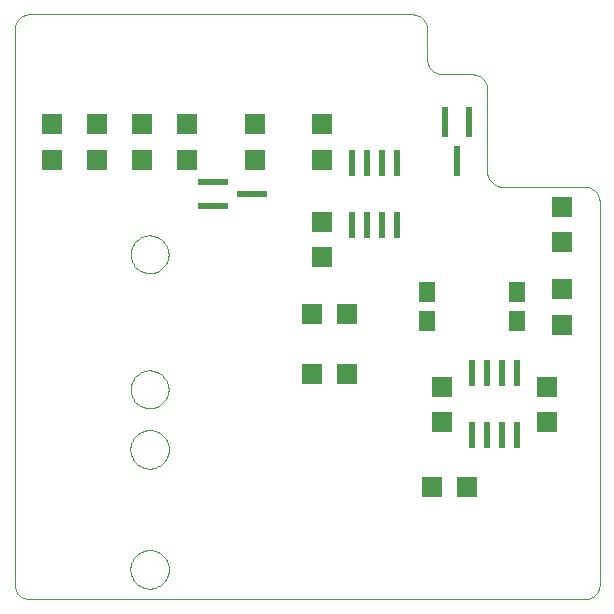
<source format=gbp>
G75*
G70*
%OFA0B0*%
%FSLAX24Y24*%
%IPPOS*%
%LPD*%
%AMOC8*
5,1,8,0,0,1.08239X$1,22.5*
%
%ADD10C,0.0000*%
%ADD11R,0.0240X0.0870*%
%ADD12R,0.0709X0.0710*%
%ADD13R,0.0710X0.0709*%
%ADD14R,0.0220X0.1020*%
%ADD15R,0.0551X0.0709*%
%ADD16R,0.1020X0.0220*%
D10*
X002680Y002680D02*
X021180Y002680D01*
X021224Y002682D01*
X021267Y002688D01*
X021309Y002697D01*
X021351Y002710D01*
X021391Y002727D01*
X021430Y002747D01*
X021467Y002770D01*
X021501Y002797D01*
X021534Y002826D01*
X021563Y002859D01*
X021590Y002893D01*
X021613Y002930D01*
X021633Y002969D01*
X021650Y003009D01*
X021663Y003051D01*
X021672Y003093D01*
X021678Y003136D01*
X021680Y003180D01*
X021680Y015930D01*
X021678Y015974D01*
X021672Y016017D01*
X021663Y016059D01*
X021650Y016101D01*
X021633Y016141D01*
X021613Y016180D01*
X021590Y016217D01*
X021563Y016251D01*
X021534Y016284D01*
X021501Y016313D01*
X021467Y016340D01*
X021430Y016363D01*
X021391Y016383D01*
X021351Y016400D01*
X021309Y016413D01*
X021267Y016422D01*
X021224Y016428D01*
X021180Y016430D01*
X018430Y016430D01*
X018386Y016432D01*
X018343Y016438D01*
X018301Y016447D01*
X018259Y016460D01*
X018219Y016477D01*
X018180Y016497D01*
X018143Y016520D01*
X018109Y016547D01*
X018076Y016576D01*
X018047Y016609D01*
X018020Y016643D01*
X017997Y016680D01*
X017977Y016719D01*
X017960Y016759D01*
X017947Y016801D01*
X017938Y016843D01*
X017932Y016886D01*
X017930Y016930D01*
X017930Y019680D01*
X017928Y019724D01*
X017922Y019767D01*
X017913Y019809D01*
X017900Y019851D01*
X017883Y019891D01*
X017863Y019930D01*
X017840Y019967D01*
X017813Y020001D01*
X017784Y020034D01*
X017751Y020063D01*
X017717Y020090D01*
X017680Y020113D01*
X017641Y020133D01*
X017601Y020150D01*
X017559Y020163D01*
X017517Y020172D01*
X017474Y020178D01*
X017430Y020180D01*
X016430Y020180D01*
X016386Y020182D01*
X016343Y020188D01*
X016301Y020197D01*
X016259Y020210D01*
X016219Y020227D01*
X016180Y020247D01*
X016143Y020270D01*
X016109Y020297D01*
X016076Y020326D01*
X016047Y020359D01*
X016020Y020393D01*
X015997Y020430D01*
X015977Y020469D01*
X015960Y020509D01*
X015947Y020551D01*
X015938Y020593D01*
X015932Y020636D01*
X015930Y020680D01*
X015930Y021680D01*
X015928Y021724D01*
X015922Y021767D01*
X015913Y021809D01*
X015900Y021851D01*
X015883Y021891D01*
X015863Y021930D01*
X015840Y021967D01*
X015813Y022001D01*
X015784Y022034D01*
X015751Y022063D01*
X015717Y022090D01*
X015680Y022113D01*
X015641Y022133D01*
X015601Y022150D01*
X015559Y022163D01*
X015517Y022172D01*
X015474Y022178D01*
X015430Y022180D01*
X002680Y022180D01*
X002636Y022178D01*
X002593Y022172D01*
X002551Y022163D01*
X002509Y022150D01*
X002469Y022133D01*
X002430Y022113D01*
X002393Y022090D01*
X002359Y022063D01*
X002326Y022034D01*
X002297Y022001D01*
X002270Y021967D01*
X002247Y021930D01*
X002227Y021891D01*
X002210Y021851D01*
X002197Y021809D01*
X002188Y021767D01*
X002182Y021724D01*
X002180Y021680D01*
X002180Y003180D01*
X002182Y003136D01*
X002188Y003093D01*
X002197Y003051D01*
X002210Y003009D01*
X002227Y002969D01*
X002247Y002930D01*
X002270Y002893D01*
X002297Y002859D01*
X002326Y002826D01*
X002359Y002797D01*
X002393Y002770D01*
X002430Y002747D01*
X002469Y002727D01*
X002509Y002710D01*
X002551Y002697D01*
X002593Y002688D01*
X002636Y002682D01*
X002680Y002680D01*
X006040Y003680D02*
X006042Y003730D01*
X006048Y003780D01*
X006058Y003829D01*
X006071Y003878D01*
X006089Y003925D01*
X006110Y003971D01*
X006134Y004014D01*
X006162Y004056D01*
X006193Y004096D01*
X006227Y004133D01*
X006264Y004167D01*
X006304Y004198D01*
X006346Y004226D01*
X006389Y004250D01*
X006435Y004271D01*
X006482Y004289D01*
X006531Y004302D01*
X006580Y004312D01*
X006630Y004318D01*
X006680Y004320D01*
X006730Y004318D01*
X006780Y004312D01*
X006829Y004302D01*
X006878Y004289D01*
X006925Y004271D01*
X006971Y004250D01*
X007014Y004226D01*
X007056Y004198D01*
X007096Y004167D01*
X007133Y004133D01*
X007167Y004096D01*
X007198Y004056D01*
X007226Y004014D01*
X007250Y003971D01*
X007271Y003925D01*
X007289Y003878D01*
X007302Y003829D01*
X007312Y003780D01*
X007318Y003730D01*
X007320Y003680D01*
X007318Y003630D01*
X007312Y003580D01*
X007302Y003531D01*
X007289Y003482D01*
X007271Y003435D01*
X007250Y003389D01*
X007226Y003346D01*
X007198Y003304D01*
X007167Y003264D01*
X007133Y003227D01*
X007096Y003193D01*
X007056Y003162D01*
X007014Y003134D01*
X006971Y003110D01*
X006925Y003089D01*
X006878Y003071D01*
X006829Y003058D01*
X006780Y003048D01*
X006730Y003042D01*
X006680Y003040D01*
X006630Y003042D01*
X006580Y003048D01*
X006531Y003058D01*
X006482Y003071D01*
X006435Y003089D01*
X006389Y003110D01*
X006346Y003134D01*
X006304Y003162D01*
X006264Y003193D01*
X006227Y003227D01*
X006193Y003264D01*
X006162Y003304D01*
X006134Y003346D01*
X006110Y003389D01*
X006089Y003435D01*
X006071Y003482D01*
X006058Y003531D01*
X006048Y003580D01*
X006042Y003630D01*
X006040Y003680D01*
X006040Y007680D02*
X006042Y007730D01*
X006048Y007780D01*
X006058Y007829D01*
X006071Y007878D01*
X006089Y007925D01*
X006110Y007971D01*
X006134Y008014D01*
X006162Y008056D01*
X006193Y008096D01*
X006227Y008133D01*
X006264Y008167D01*
X006304Y008198D01*
X006346Y008226D01*
X006389Y008250D01*
X006435Y008271D01*
X006482Y008289D01*
X006531Y008302D01*
X006580Y008312D01*
X006630Y008318D01*
X006680Y008320D01*
X006730Y008318D01*
X006780Y008312D01*
X006829Y008302D01*
X006878Y008289D01*
X006925Y008271D01*
X006971Y008250D01*
X007014Y008226D01*
X007056Y008198D01*
X007096Y008167D01*
X007133Y008133D01*
X007167Y008096D01*
X007198Y008056D01*
X007226Y008014D01*
X007250Y007971D01*
X007271Y007925D01*
X007289Y007878D01*
X007302Y007829D01*
X007312Y007780D01*
X007318Y007730D01*
X007320Y007680D01*
X007318Y007630D01*
X007312Y007580D01*
X007302Y007531D01*
X007289Y007482D01*
X007271Y007435D01*
X007250Y007389D01*
X007226Y007346D01*
X007198Y007304D01*
X007167Y007264D01*
X007133Y007227D01*
X007096Y007193D01*
X007056Y007162D01*
X007014Y007134D01*
X006971Y007110D01*
X006925Y007089D01*
X006878Y007071D01*
X006829Y007058D01*
X006780Y007048D01*
X006730Y007042D01*
X006680Y007040D01*
X006630Y007042D01*
X006580Y007048D01*
X006531Y007058D01*
X006482Y007071D01*
X006435Y007089D01*
X006389Y007110D01*
X006346Y007134D01*
X006304Y007162D01*
X006264Y007193D01*
X006227Y007227D01*
X006193Y007264D01*
X006162Y007304D01*
X006134Y007346D01*
X006110Y007389D01*
X006089Y007435D01*
X006071Y007482D01*
X006058Y007531D01*
X006048Y007580D01*
X006042Y007630D01*
X006040Y007680D01*
X006050Y009680D02*
X006052Y009730D01*
X006058Y009780D01*
X006068Y009829D01*
X006082Y009877D01*
X006099Y009924D01*
X006120Y009969D01*
X006145Y010013D01*
X006173Y010054D01*
X006205Y010093D01*
X006239Y010130D01*
X006276Y010164D01*
X006316Y010194D01*
X006358Y010221D01*
X006402Y010245D01*
X006448Y010266D01*
X006495Y010282D01*
X006543Y010295D01*
X006593Y010304D01*
X006642Y010309D01*
X006693Y010310D01*
X006743Y010307D01*
X006792Y010300D01*
X006841Y010289D01*
X006889Y010274D01*
X006935Y010256D01*
X006980Y010234D01*
X007023Y010208D01*
X007064Y010179D01*
X007103Y010147D01*
X007139Y010112D01*
X007171Y010074D01*
X007201Y010034D01*
X007228Y009991D01*
X007251Y009947D01*
X007270Y009901D01*
X007286Y009853D01*
X007298Y009804D01*
X007306Y009755D01*
X007310Y009705D01*
X007310Y009655D01*
X007306Y009605D01*
X007298Y009556D01*
X007286Y009507D01*
X007270Y009459D01*
X007251Y009413D01*
X007228Y009369D01*
X007201Y009326D01*
X007171Y009286D01*
X007139Y009248D01*
X007103Y009213D01*
X007064Y009181D01*
X007023Y009152D01*
X006980Y009126D01*
X006935Y009104D01*
X006889Y009086D01*
X006841Y009071D01*
X006792Y009060D01*
X006743Y009053D01*
X006693Y009050D01*
X006642Y009051D01*
X006593Y009056D01*
X006543Y009065D01*
X006495Y009078D01*
X006448Y009094D01*
X006402Y009115D01*
X006358Y009139D01*
X006316Y009166D01*
X006276Y009196D01*
X006239Y009230D01*
X006205Y009267D01*
X006173Y009306D01*
X006145Y009347D01*
X006120Y009391D01*
X006099Y009436D01*
X006082Y009483D01*
X006068Y009531D01*
X006058Y009580D01*
X006052Y009630D01*
X006050Y009680D01*
X006050Y014180D02*
X006052Y014230D01*
X006058Y014280D01*
X006068Y014329D01*
X006082Y014377D01*
X006099Y014424D01*
X006120Y014469D01*
X006145Y014513D01*
X006173Y014554D01*
X006205Y014593D01*
X006239Y014630D01*
X006276Y014664D01*
X006316Y014694D01*
X006358Y014721D01*
X006402Y014745D01*
X006448Y014766D01*
X006495Y014782D01*
X006543Y014795D01*
X006593Y014804D01*
X006642Y014809D01*
X006693Y014810D01*
X006743Y014807D01*
X006792Y014800D01*
X006841Y014789D01*
X006889Y014774D01*
X006935Y014756D01*
X006980Y014734D01*
X007023Y014708D01*
X007064Y014679D01*
X007103Y014647D01*
X007139Y014612D01*
X007171Y014574D01*
X007201Y014534D01*
X007228Y014491D01*
X007251Y014447D01*
X007270Y014401D01*
X007286Y014353D01*
X007298Y014304D01*
X007306Y014255D01*
X007310Y014205D01*
X007310Y014155D01*
X007306Y014105D01*
X007298Y014056D01*
X007286Y014007D01*
X007270Y013959D01*
X007251Y013913D01*
X007228Y013869D01*
X007201Y013826D01*
X007171Y013786D01*
X007139Y013748D01*
X007103Y013713D01*
X007064Y013681D01*
X007023Y013652D01*
X006980Y013626D01*
X006935Y013604D01*
X006889Y013586D01*
X006841Y013571D01*
X006792Y013560D01*
X006743Y013553D01*
X006693Y013550D01*
X006642Y013551D01*
X006593Y013556D01*
X006543Y013565D01*
X006495Y013578D01*
X006448Y013594D01*
X006402Y013615D01*
X006358Y013639D01*
X006316Y013666D01*
X006276Y013696D01*
X006239Y013730D01*
X006205Y013767D01*
X006173Y013806D01*
X006145Y013847D01*
X006120Y013891D01*
X006099Y013936D01*
X006082Y013983D01*
X006068Y014031D01*
X006058Y014080D01*
X006052Y014130D01*
X006050Y014180D01*
D11*
X013430Y015150D03*
X013930Y015150D03*
X014430Y015150D03*
X014930Y015150D03*
X014930Y017210D03*
X014430Y017210D03*
X013930Y017210D03*
X013430Y017210D03*
X017430Y010210D03*
X017930Y010210D03*
X018430Y010210D03*
X018930Y010210D03*
X018930Y008150D03*
X018430Y008150D03*
X017930Y008150D03*
X017430Y008150D03*
D12*
X017270Y006430D03*
X016090Y006430D03*
X013270Y010180D03*
X012090Y010180D03*
X012090Y012180D03*
X013270Y012180D03*
D13*
X012430Y014090D03*
X012430Y015270D03*
X012430Y017340D03*
X012430Y018520D03*
X010180Y018520D03*
X010180Y017340D03*
X007930Y017340D03*
X007930Y018520D03*
X006430Y018520D03*
X006430Y017340D03*
X004930Y017340D03*
X004930Y018520D03*
X003430Y018520D03*
X003430Y017340D03*
X016430Y009770D03*
X016430Y008590D03*
X019930Y008590D03*
X019930Y009770D03*
X020430Y011840D03*
X020430Y013020D03*
X020430Y014590D03*
X020430Y015770D03*
D14*
X017330Y018580D03*
X016530Y018580D03*
X016930Y017280D03*
D15*
X015930Y012912D03*
X015930Y011948D03*
X018930Y011948D03*
X018930Y012912D03*
D16*
X010080Y016180D03*
X008780Y015780D03*
X008780Y016580D03*
M02*

</source>
